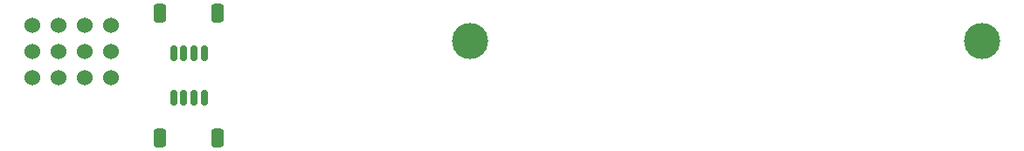
<source format=gbr>
%TF.GenerationSoftware,KiCad,Pcbnew,(6.0.8-1)-1*%
%TF.CreationDate,2023-12-09T20:57:06-06:00*%
%TF.ProjectId,RIO to STEMMA Dual,52494f20-746f-4205-9354-454d4d412044,rev?*%
%TF.SameCoordinates,Original*%
%TF.FileFunction,Soldermask,Top*%
%TF.FilePolarity,Negative*%
%FSLAX46Y46*%
G04 Gerber Fmt 4.6, Leading zero omitted, Abs format (unit mm)*
G04 Created by KiCad (PCBNEW (6.0.8-1)-1) date 2023-12-09 20:57:06*
%MOMM*%
%LPD*%
G01*
G04 APERTURE LIST*
G04 Aperture macros list*
%AMRoundRect*
0 Rectangle with rounded corners*
0 $1 Rounding radius*
0 $2 $3 $4 $5 $6 $7 $8 $9 X,Y pos of 4 corners*
0 Add a 4 corners polygon primitive as box body*
4,1,4,$2,$3,$4,$5,$6,$7,$8,$9,$2,$3,0*
0 Add four circle primitives for the rounded corners*
1,1,$1+$1,$2,$3*
1,1,$1+$1,$4,$5*
1,1,$1+$1,$6,$7*
1,1,$1+$1,$8,$9*
0 Add four rect primitives between the rounded corners*
20,1,$1+$1,$2,$3,$4,$5,0*
20,1,$1+$1,$4,$5,$6,$7,0*
20,1,$1+$1,$6,$7,$8,$9,0*
20,1,$1+$1,$8,$9,$2,$3,0*%
G04 Aperture macros list end*
%ADD10C,3.500000*%
%ADD11RoundRect,0.150000X-0.150000X-0.625000X0.150000X-0.625000X0.150000X0.625000X-0.150000X0.625000X0*%
%ADD12RoundRect,0.250000X-0.350000X-0.650000X0.350000X-0.650000X0.350000X0.650000X-0.350000X0.650000X0*%
%ADD13RoundRect,0.150000X0.150000X0.625000X-0.150000X0.625000X-0.150000X-0.625000X0.150000X-0.625000X0*%
%ADD14RoundRect,0.250000X0.350000X0.650000X-0.350000X0.650000X-0.350000X-0.650000X0.350000X-0.650000X0*%
%ADD15C,1.524000*%
G04 APERTURE END LIST*
D10*
%TO.C,H2*%
X165481500Y-55109990D03*
%TD*%
D11*
%TO.C,X2*%
X87146000Y-60636400D03*
X88146000Y-60636400D03*
X89146000Y-60636400D03*
X90146000Y-60636400D03*
D12*
X91446000Y-64511400D03*
X85846000Y-64511400D03*
%TD*%
D13*
%TO.C,X3*%
X90146000Y-56254400D03*
X89146000Y-56254400D03*
X88146000Y-56254400D03*
X87146000Y-56254400D03*
D14*
X91446000Y-52379400D03*
X85846000Y-52379400D03*
%TD*%
D10*
%TO.C,H1*%
X115851500Y-55109990D03*
%TD*%
D15*
%TO.C,X1*%
X73456800Y-56083200D03*
X75996800Y-56083200D03*
X78536800Y-56083200D03*
X81076800Y-56083200D03*
X73456800Y-58623200D03*
X73456800Y-53543200D03*
X75996800Y-58623200D03*
X75996800Y-53543200D03*
X78536800Y-58623200D03*
X78536800Y-53543200D03*
X81076800Y-58623200D03*
X81076800Y-53543200D03*
%TD*%
M02*

</source>
